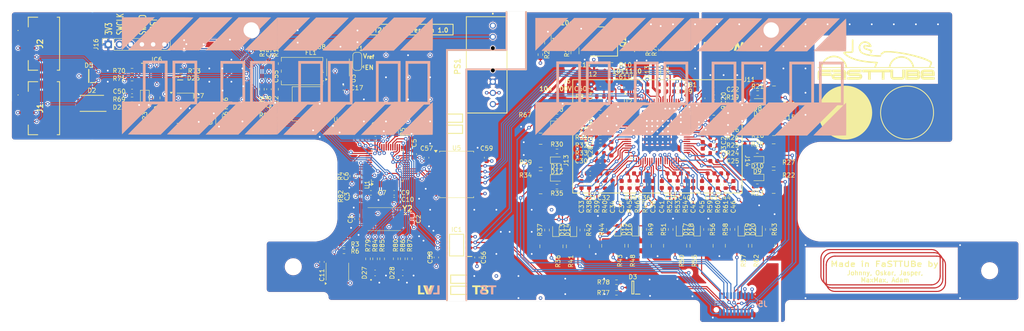
<source format=kicad_pcb>
(kicad_pcb
	(version 20240108)
	(generator "pcbnew")
	(generator_version "8.0")
	(general
		(thickness 1.599978)
		(legacy_teardrops no)
	)
	(paper "A4")
	(layers
		(0 "F.Cu" signal)
		(1 "In1.Cu" signal)
		(2 "In2.Cu" signal)
		(31 "B.Cu" signal)
		(32 "B.Adhes" user "B.Adhesive")
		(33 "F.Adhes" user "F.Adhesive")
		(34 "B.Paste" user)
		(35 "F.Paste" user)
		(36 "B.SilkS" user "B.Silkscreen")
		(37 "F.SilkS" user "F.Silkscreen")
		(38 "B.Mask" user)
		(39 "F.Mask" user)
		(40 "Dwgs.User" user "User.Drawings")
		(41 "Cmts.User" user "User.Comments")
		(42 "Eco1.User" user "User.Eco1")
		(43 "Eco2.User" user "User.Eco2")
		(44 "Edge.Cuts" user)
		(45 "Margin" user)
		(46 "B.CrtYd" user "B.Courtyard")
		(47 "F.CrtYd" user "F.Courtyard")
		(48 "B.Fab" user)
		(49 "F.Fab" user)
		(50 "User.1" user)
		(51 "User.2" user)
		(52 "User.3" user)
		(53 "User.4" user)
		(54 "User.5" user)
		(55 "User.6" user)
		(56 "User.7" user)
		(57 "User.8" user)
		(58 "User.9" user)
	)
	(setup
		(stackup
			(layer "F.SilkS"
				(type "Top Silk Screen")
			)
			(layer "F.Paste"
				(type "Top Solder Paste")
			)
			(layer "F.Mask"
				(type "Top Solder Mask")
				(thickness 0.01)
			)
			(layer "F.Cu"
				(type "copper")
				(thickness 0.035)
			)
			(layer "dielectric 1"
				(type "prepreg")
				(thickness 0.1)
				(material "FR4")
				(epsilon_r 4.5)
				(loss_tangent 0.02)
			)
			(layer "In1.Cu"
				(type "copper")
				(thickness 0.035)
			)
			(layer "dielectric 2"
				(type "core")
				(thickness 1.239978)
				(material "FR4")
				(epsilon_r 4.5)
				(loss_tangent 0.02)
			)
			(layer "In2.Cu"
				(type "copper")
				(thickness 0.035)
			)
			(layer "dielectric 3"
				(type "prepreg")
				(thickness 0.1)
				(material "FR4")
				(epsilon_r 4.5)
				(loss_tangent 0.02)
			)
			(layer "B.Cu"
				(type "copper")
				(thickness 0.035)
			)
			(layer "B.Mask"
				(type "Bottom Solder Mask")
				(thickness 0.01)
			)
			(layer "B.Paste"
				(type "Bottom Solder Paste")
			)
			(layer "B.SilkS"
				(type "Bottom Silk Screen")
			)
			(copper_finish "None")
			(dielectric_constraints no)
		)
		(pad_to_mask_clearance 0)
		(allow_soldermask_bridges_in_footprints no)
		(aux_axis_origin 50 75)
		(pcbplotparams
			(layerselection 0x00010fc_ffffffff)
			(plot_on_all_layers_selection 0x0000000_00000000)
			(disableapertmacros no)
			(usegerberextensions no)
			(usegerberattributes yes)
			(usegerberadvancedattributes yes)
			(creategerberjobfile no)
			(dashed_line_dash_ratio 12.000000)
			(dashed_line_gap_ratio 3.000000)
			(svgprecision 4)
			(plotframeref no)
			(viasonmask no)
			(mode 1)
			(useauxorigin yes)
			(hpglpennumber 1)
			(hpglpenspeed 20)
			(hpglpendiameter 15.000000)
			(pdf_front_fp_property_popups yes)
			(pdf_back_fp_property_popups yes)
			(dxfpolygonmode yes)
			(dxfimperialunits yes)
			(dxfusepcbnewfont yes)
			(psnegative no)
			(psa4output no)
			(plotreference yes)
			(plotvalue no)
			(plotfptext yes)
			(plotinvisibletext no)
			(sketchpadsonfab no)
			(subtractmaskfromsilk yes)
			(outputformat 1)
			(mirror no)
			(drillshape 0)
			(scaleselection 1)
			(outputdirectory "Gerber/")
		)
	)
	(net 0 "")
	(net 1 "+3V3")
	(net 2 "/CAN/CANH")
	(net 3 "/CAN/CANL")
	(net 4 "Net-(D1-A)")
	(net 5 "/µC/LED1_R")
	(net 6 "/µC/SWCLK")
	(net 7 "GND")
	(net 8 "/µC/SWDIO")
	(net 9 "/µC/NRST")
	(net 10 "/µC/Trace_SWO")
	(net 11 "unconnected-(U1-PC13-Pad2)")
	(net 12 "unconnected-(U1-PC14-Pad3)")
	(net 13 "unconnected-(U1-PC15-Pad4)")
	(net 14 "/µC/LED1_G")
	(net 15 "/µC/LED1_B")
	(net 16 "/µC/LED2_R")
	(net 17 "/µC/LED2_G")
	(net 18 "unconnected-(U1-PA1-Pad11)")
	(net 19 "/µC/LED2_B")
	(net 20 "unconnected-(U1-PA8-Pad29)")
	(net 21 "Net-(D22-A)")
	(net 22 "Net-(D26-A)")
	(net 23 "Net-(U3-CANH)")
	(net 24 "Net-(U3-CANL)")
	(net 25 "unconnected-(U1-PB1-Pad19)")
	(net 26 "unconnected-(U1-PB2-Pad20)")
	(net 27 "Net-(U2-IPB)")
	(net 28 "/µC/TMP_SCL")
	(net 29 "/BMS/TMP_SCL")
	(net 30 "/BMS/TMP_SDA")
	(net 31 "+5V")
	(net 32 "/µC/SCK")
	(net 33 "/µC/MOSI")
	(net 34 "/µC/MISO")
	(net 35 "/µC/CSB")
	(net 36 "unconnected-(U1-PB0-Pad18)")
	(net 37 "/µC/PROM_SDA")
	(net 38 "/µC/PROM_SCL")
	(net 39 "unconnected-(U1-PB3-Pad39)")
	(net 40 "unconnected-(U1-PB4-Pad40)")
	(net 41 "unconnected-(U1-PB5-Pad41)")
	(net 42 "unconnected-(U1-PB8-Pad45)")
	(net 43 "unconnected-(U1-PB9-Pad46)")
	(net 44 "/BMS/Filter_Balance_Network_last/CB")
	(net 45 "/BMS/Filter_Balance_Network_last/CB:A")
	(net 46 "/BMS/~{CS}")
	(net 47 "/BMS/Filter_Balance_Network_last/SAP")
	(net 48 "/BMS/Filter_Balance_Network_last/CA")
	(net 49 "/BMS/Filter_Balance_Network2/CB")
	(net 50 "/BMS/MISO")
	(net 51 "/BMS/Filter_Balance_Network2/SBP")
	(net 52 "/BMS/Filter_Balance_Network2/CB:A")
	(net 53 "/BMS/MOSI")
	(net 54 "/BMS/Filter_Balance_Network2/SAP")
	(net 55 "/BMS/Filter_Balance_Network2/CA")
	(net 56 "/BMS/Filter_Balance_Network4/CB")
	(net 57 "/BMS/SCK")
	(net 58 "/BMS/Filter_Balance_Network4/SBP")
	(net 59 "/BMS/Filter_Balance_Network4/CB:A")
	(net 60 "unconnected-(IC4-NC_1-Pad1)")
	(net 61 "/BMS/Filter_Balance_Network4/SAP")
	(net 62 "/BMS/Filter_Balance_Network4/CA")
	(net 63 "/BMS/Filter_Balance_Network5/CB")
	(net 64 "unconnected-(IC4-NC_2-Pad2)")
	(net 65 "/BMS/Filter_Balance_Network5/SBP")
	(net 66 "/BMS/Filter_Balance_Network5/CB:A")
	(net 67 "unconnected-(IC4-NC_3-Pad3)")
	(net 68 "/BMS/Filter_Balance_Network5/SAP")
	(net 69 "/BMS/Filter_Balance_Network5/CA")
	(net 70 "/BMS/Filter_Balance_Network6/CB")
	(net 71 "/µC/PROM_WC")
	(net 72 "/BMS/Filter_Balance_Network6/SBP")
	(net 73 "/BMS/Filter_Balance_Network6/CB:A")
	(net 74 "/BMS/Filter_Balance_Network6/SAP")
	(net 75 "/BMS/Filter_Balance_Network6/CA")
	(net 76 "/BMS/Filter_Balance_Network7/CB")
	(net 77 "/BMS/Filter_Balance_Network7/SBP")
	(net 78 "/BMS/Filter_Balance_Network7/CB:A")
	(net 79 "unconnected-(IC6-DVDT-Pad2)")
	(net 80 "/BMS/Filter_Balance_Network7/SAP")
	(net 81 "/BMS/Filter_Balance_Network7/CA")
	(net 82 "/BMS/Filter_Balance_Network1/CB")
	(net 83 "Net-(IC6-EN{slash}UVLO)")
	(net 84 "/BMS/Filter_Balance_Network1/SBP")
	(net 85 "/BMS/Filter_Balance_Network1/CB:A")
	(net 86 "+BATT")
	(net 87 "/BMS/Filter_Balance_Network1/SAP")
	(net 88 "/BMS/Filter_Balance_Network1/CA")
	(net 89 "/BMS/Filter_Balance_Network/CB")
	(net 90 "+12V")
	(net 91 "/BMS/Filter_Balance_Network/SBP")
	(net 92 "/BMS/Filter_Balance_Network/CB:A")
	(net 93 "unconnected-(IC6-~{FLT}-Pad6)")
	(net 94 "/BMS/Filter_Balance_Network/SAP")
	(net 95 "Net-(IC6-ILM)")
	(net 96 "Net-(D6-A)")
	(net 97 "/BMS/Filter_Balance_Network/CellA+{slash}CellB-")
	(net 98 "/BMS/Filter_Balance_Network/CellB+")
	(net 99 "Net-(U2-IMB)")
	(net 100 "Net-(U1-PB11)")
	(net 101 "/BMS/Filter_Balance_Network1/CellA+{slash}CellB-")
	(net 102 "/BMS/Filter_Balance_Network2/CellA-")
	(net 103 "unconnected-(U2-NC-Pad66)")
	(net 104 "GND1")
	(net 105 "/BMS/Filter_Balance_Network7/CellA+{slash}CellB-")
	(net 106 "/BMS/Filter_Balance_Network4/CellA-")
	(net 107 "/BMS/Filter_Balance_Network6/CellA+{slash}CellB-")
	(net 108 "unconnected-(U2-GPIO10-Pad71)")
	(net 109 "unconnected-(U2-GPIO9-Pad72)")
	(net 110 "unconnected-(U2-GPIO8-Pad73)")
	(net 111 "unconnected-(U2-GPIO7-Pad74)")
	(net 112 "unconnected-(U2-GPIO6-Pad75)")
	(net 113 "unconnected-(U2-GPIO3-Pad78)")
	(net 114 "unconnected-(U2-GPIO2-Pad79)")
	(net 115 "unconnected-(U2-GPIO1-Pad80)")
	(net 116 "/BMS/Filter_Balance_Network5/CellA-")
	(net 117 "/BMS/Filter_Balance_Network5/CellA+{slash}CellB-")
	(net 118 "/BMS/Filter_Balance_Network6/CellA-")
	(net 119 "/BMS/Filter_Balance_Network4/CellA+{slash}CellB-")
	(net 120 "/BMS/Filter_Balance_Network1/CellB+")
	(net 121 "/BMS/Filter_Balance_Network2/CellA+{slash}CellB-")
	(net 122 "/BMS/Filter_Balance_Network2/CellB+")
	(net 123 "Net-(PS1-FB)")
	(net 124 "Net-(Q2-B)")
	(net 125 "Net-(Q2-C)")
	(net 126 "Net-(Q2-E)")
	(net 127 "/CAN/CAN_Term")
	(net 128 "/µC/OSC_IN")
	(net 129 "/µC/OSC_OUT")
	(net 130 "/CAN/CAN_Rx")
	(net 131 "/CAN/CAN_Tx")
	(net 132 "Net-(U1-BOOT0)")
	(net 133 "Net-(U2-V+)")
	(net 134 "Net-(U2-VREF2)")
	(net 135 "Net-(U2-VREF1)")
	(net 136 "/CAN/V_{ref}")
	(net 137 "Net-(D7-A)")
	(net 138 "Net-(D8-A)")
	(net 139 "Net-(D9-A)")
	(net 140 "Net-(D10-A)")
	(net 141 "Net-(D11-A)")
	(net 142 "Net-(D12-A)")
	(net 143 "Net-(D13-A)")
	(net 144 "Net-(D14-A)")
	(net 145 "Net-(D15-A)")
	(net 146 "Net-(D16-A)")
	(net 147 "Net-(D17-A)")
	(net 148 "Net-(D18-A)")
	(net 149 "Net-(D19-A)")
	(net 150 "Net-(D20-A)")
	(net 151 "Net-(D21-A)")
	(net 152 "VBUS")
	(net 153 "Net-(U1-PB10)")
	(net 154 "Net-(U1-PB13)")
	(net 155 "Net-(U2-DRIVE)")
	(net 156 "/BMS/Filter_Balance_Network/CA")
	(net 157 "Net-(U1-PB12)")
	(net 158 "Net-(U1-PB14)")
	(net 159 "Net-(U1-PB15)")
	(net 160 "/µC/TMP_SDA")
	(net 161 "Net-(R83-Pad2)")
	(net 162 "Net-(U3-Rs)")
	(net 163 "Net-(JP1-C)")
	(net 164 "Net-(D2-A)")
	(net 165 "Net-(U2-VREG)")
	(net 166 "unconnected-(U6-Pad3)")
	(net 167 "unconnected-(U6-Pad5)")
	(net 168 "unconnected-(U4-ALERT-Pad3)")
	(net 169 "unconnected-(U1-PA0-Pad10)")
	(net 170 "unconnected-(IC6-OVLO{slash}OVCSEL-Pad8)")
	(footprint "Capacitor_SMD:C_0603_1608Metric" (layer "F.Cu") (at 206.7285 103.8745 90))
	(footprint "Resistor_SMD:R_1020_2550Metric" (layer "F.Cu") (at 192.4675 128.1525 90))
	(footprint "Resistor_SMD:R_0603_1608Metric" (layer "F.Cu") (at 219.1675 93.5775 180))
	(footprint "Resistor_SMD:R_0603_1608Metric" (layer "F.Cu") (at 183.5425 94.3815))
	(footprint "Capacitor_SMD:C_0603_1608Metric" (layer "F.Cu") (at 157.8 108.2 -90))
	(footprint "Capacitor_SMD:C_0603_1608Metric" (layer "F.Cu") (at 77.5 93.2 180))
	(footprint "Resistor_SMD:R_0603_1608Metric" (layer "F.Cu") (at 208.3675 114.2775 90))
	(footprint "Resistor_SMD:R_0603_1608Metric" (layer "F.Cu") (at 187.2 136.4))
	(footprint "Slave:QFP-80_12x12_Pitch0.5mm" (layer "F.Cu") (at 196.4675 102.2775))
	(footprint "Resistor_SMD:R_0603_1608Metric" (layer "F.Cu") (at 219.0925 106.6775 180))
	(footprint "Package_SO:SOIC-16W_7.5x10.3mm_P1.27mm" (layer "F.Cu") (at 151 112))
	(footprint "Resistor_SMD:R_0603_1608Metric" (layer "F.Cu") (at 125.5 129.4 180))
	(footprint "Connector_PinSocket_2.54mm:PinSocket_1x06_P2.54mm_Vertical" (layer "F.Cu") (at 72.12 82.55 90))
	(footprint "Slave:SOT95P230X117-3N" (layer "F.Cu") (at 67.7 89.7 180))
	(footprint "Capacitor_SMD:C_0603_1608Metric" (layer "F.Cu") (at 197.4675 114.2775 -90))
	(footprint "Resistor_SMD:R_0603_1608Metric" (layer "F.Cu") (at 209.2285 98.0745 180))
	(footprint "Resistor_SMD:R_0603_1608Metric" (layer "F.Cu") (at 173.7175 114.7775))
	(footprint "Resistor_SMD:R_0603_1608Metric" (layer "F.Cu") (at 183.5285 96.2065))
	(footprint "Resistor_SMD:R_0603_1608Metric" (layer "F.Cu") (at 77.5 90.3 180))
	(footprint "MountingHole:MountingHole_3.5mm" (layer "F.Cu") (at 222.227041 79.3))
	(footprint "Resistor_SMD:R_0603_1608Metric" (layer "F.Cu") (at 169.96875 81.675 -90))
	(footprint "Capacitor_SMD:C_0603_1608Metric" (layer "F.Cu") (at 206.7285 106.9395 90))
	(footprint "Resistor_SMD:R_1020_2550Metric" (layer "F.Cu") (at 214.4675 128.1525 90))
	(footprint "MountingHole:MountingHole_3.5mm" (layer "F.Cu") (at 104.495945 79.3))
	(footprint "Slave:Wuerth_Elektronik_3600637250S" (layer "F.Cu") (at 196.4675 103.3775))
	(footprint "Capacitor_SMD:C_0603_1608Metric" (layer "F.Cu") (at 108.5 92.7 90))
	(footprint "Slave:SODFL1608X59N" (layer "F.Cu") (at 88.4 90.2))
	(footprint "Slave:SON50P200X200X80-9N" (layer "F.Cu") (at 190.605 92.3 90))
	(footprint "LED_SMD:LED_0603_1608Metric" (layer "F.Cu") (at 219.1675 95.5775 180))
	(footprint "Resistor_SMD:R_0603_1608Metric" (layer "F.Cu") (at 211.9235 114.2775 90))
	(footprint "Resistor_SMD:R_0603_1608Metric" (layer "F.Cu") (at 209.2285 96.2965 180))
	(footprint "Slave:2059710041" (layer "F.Cu") (at 57.55 97 -90))
	(footprint "Resistor_SMD:R_1206_3216Metric" (layer "F.Cu") (at 177.8 84 90))
	(footprint "Resistor_SMD:R_1020_2550Metric" (layer "F.Cu") (at 186.4675 128.1525 90))
	(footprint "Capacitor_SMD:C_0603_1608Metric" (layer "F.Cu") (at 129.1 116.9625 90))
	(footprint "Slave:SOT95P240X120-3N"
		(layer "F.Cu")
		(uuid "3418ddd4-89fb-4991-9466-5e295c14a869")
		(at 190.9 137.6 180)
		(descr "824022")
		(tags "Diode")
		(property "Reference" "D3"
			(at 0 2.4 0)
			(layer "F.SilkS")
			(uuid "bbaa00ed-6d06-48f4-9b03-270fbac930da")
			(effects
				(
... [2832085 chars truncated]
</source>
